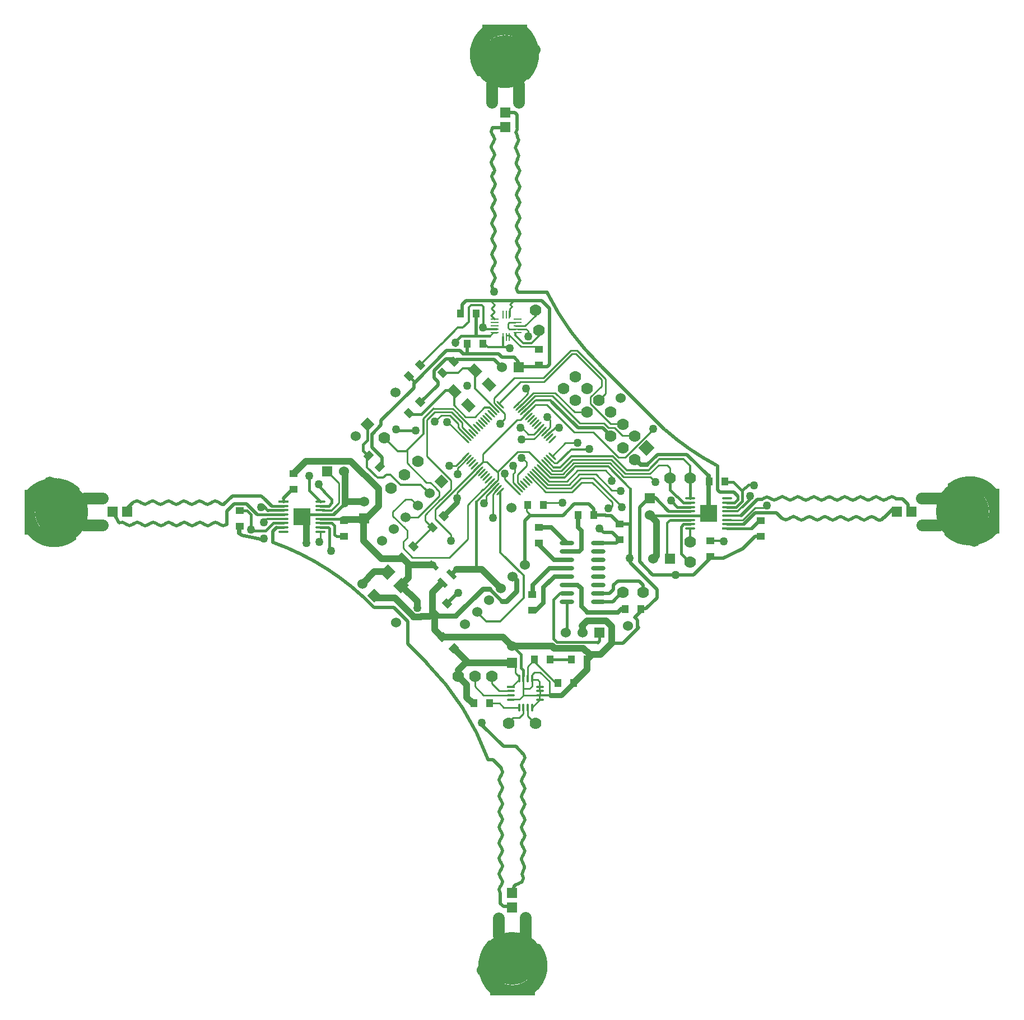
<source format=gtl>
%FSLAX25Y25*%
%MOIN*%
G70*
G01*
G75*
G04 Layer_Physical_Order=1*
G04 Layer_Color=255*
%ADD10C,0.03000*%
%ADD11C,0.02000*%
%ADD12C,0.06000*%
G04:AMPARAMS|DCode=13|XSize=70mil|YSize=63mil|CornerRadius=0mil|HoleSize=0mil|Usage=FLASHONLY|Rotation=225.000|XOffset=0mil|YOffset=0mil|HoleType=Round|Shape=Rectangle|*
%AMROTATEDRECTD13*
4,1,4,0.00248,0.04702,0.04702,0.00248,-0.00248,-0.04702,-0.04702,-0.00248,0.00248,0.04702,0.0*
%
%ADD13ROTATEDRECTD13*%

G04:AMPARAMS|DCode=14|XSize=9.84mil|YSize=61.02mil|CornerRadius=0mil|HoleSize=0mil|Usage=FLASHONLY|Rotation=45.000|XOffset=0mil|YOffset=0mil|HoleType=Round|Shape=Round|*
%AMOVALD14*
21,1,0.05118,0.00984,0.00000,0.00000,135.0*
1,1,0.00984,0.01810,-0.01810*
1,1,0.00984,-0.01810,0.01810*
%
%ADD14OVALD14*%

G04:AMPARAMS|DCode=15|XSize=9.84mil|YSize=61.02mil|CornerRadius=0mil|HoleSize=0mil|Usage=FLASHONLY|Rotation=315.000|XOffset=0mil|YOffset=0mil|HoleType=Round|Shape=Round|*
%AMOVALD15*
21,1,0.05118,0.00984,0.00000,0.00000,45.0*
1,1,0.00984,-0.01810,-0.01810*
1,1,0.00984,0.01810,0.01810*
%
%ADD15OVALD15*%

%ADD16O,0.01181X0.05118*%
%ADD17O,0.05118X0.01181*%
%ADD18R,0.05118X0.01181*%
%ADD19O,0.08661X0.02362*%
G04:AMPARAMS|DCode=20|XSize=23.62mil|YSize=62.99mil|CornerRadius=0mil|HoleSize=0mil|Usage=FLASHONLY|Rotation=225.000|XOffset=0mil|YOffset=0mil|HoleType=Round|Shape=Rectangle|*
%AMROTATEDRECTD20*
4,1,4,-0.01392,0.03062,0.03062,-0.01392,0.01392,-0.03062,-0.03062,0.01392,-0.01392,0.03062,0.0*
%
%ADD20ROTATEDRECTD20*%

G04:AMPARAMS|DCode=21|XSize=55.12mil|YSize=66.93mil|CornerRadius=0mil|HoleSize=0mil|Usage=FLASHONLY|Rotation=225.000|XOffset=0mil|YOffset=0mil|HoleType=Round|Shape=Rectangle|*
%AMROTATEDRECTD21*
4,1,4,-0.00418,0.04315,0.04315,-0.00418,0.00418,-0.04315,-0.04315,0.00418,-0.00418,0.04315,0.0*
%
%ADD21ROTATEDRECTD21*%

%ADD22R,0.05118X0.00984*%
%ADD23O,0.05118X0.00984*%
%ADD24O,0.00984X0.05118*%
%ADD25R,0.06299X0.01181*%
%ADD26O,0.06299X0.01181*%
%ADD27R,0.09843X0.09843*%
%ADD28R,0.05118X0.04134*%
%ADD29R,0.26575X0.05118*%
%ADD30R,0.04134X0.05118*%
G04:AMPARAMS|DCode=31|XSize=41.34mil|YSize=51.18mil|CornerRadius=0mil|HoleSize=0mil|Usage=FLASHONLY|Rotation=225.000|XOffset=0mil|YOffset=0mil|HoleType=Round|Shape=Rectangle|*
%AMROTATEDRECTD31*
4,1,4,-0.00348,0.03271,0.03271,-0.00348,0.00348,-0.03271,-0.03271,0.00348,-0.00348,0.03271,0.0*
%
%ADD31ROTATEDRECTD31*%

G04:AMPARAMS|DCode=32|XSize=41.34mil|YSize=51.18mil|CornerRadius=0mil|HoleSize=0mil|Usage=FLASHONLY|Rotation=135.000|XOffset=0mil|YOffset=0mil|HoleType=Round|Shape=Rectangle|*
%AMROTATEDRECTD32*
4,1,4,0.03271,0.00348,-0.00348,-0.03271,-0.03271,-0.00348,0.00348,0.03271,0.03271,0.00348,0.0*
%
%ADD32ROTATEDRECTD32*%

%ADD33R,0.05118X0.26575*%
%ADD34C,0.07000*%
%ADD35C,0.01200*%
%ADD36C,0.04000*%
%ADD37C,0.01500*%
%ADD38C,0.01000*%
%ADD39C,0.02500*%
%ADD40C,0.01400*%
%ADD41P,0.08485X4X360.0*%
%ADD42C,0.06000*%
%ADD43R,0.06000X0.06000*%
%ADD44P,0.08485X4X270.0*%
%ADD45P,0.09900X4X180.0*%
%ADD46C,0.07000*%
%ADD47R,0.06000X0.06000*%
%ADD48C,0.27559*%
%ADD49C,0.06693*%
%ADD50C,0.05000*%
D10*
X690712Y237221D02*
G03*
X692091Y208382I15108J-13730D01*
G01*
X716205Y208480D02*
G03*
X719650Y235350I-11712J15157D01*
G01*
X991520Y506205D02*
G03*
X964650Y509650I-15157J-11712D01*
G01*
X962780Y480712D02*
G03*
X991618Y482091I13730J15108D01*
G01*
X445221Y507288D02*
G03*
X416382Y505909I-13730J-15108D01*
G01*
X416480Y481795D02*
G03*
X443350Y478350I15157J11712D01*
G01*
X687795Y781520D02*
G03*
X684350Y754650I11712J-15157D01*
G01*
X713288Y752779D02*
G03*
X711909Y781618I-15108J13730D01*
G01*
X733326Y384700D02*
X740626Y392000D01*
X726900Y384700D02*
X733326D01*
X658111Y432111D02*
X670711D01*
X671100Y432600D02*
X686600Y448100D01*
X690545D01*
X697845Y440800D02*
X700700D01*
X706700Y446800D01*
X663400Y491700D02*
X671300Y499600D01*
X706700Y446800D02*
Y453300D01*
D11*
X840931Y471833D02*
G03*
X829874Y466460I63206J-144152D01*
G01*
X857828Y501928D02*
G03*
X853578Y501922I-2122J-2121D01*
G01*
X857872Y501772D02*
G03*
X862122Y501778I2122J2121D01*
G01*
X920500Y489900D02*
G03*
X925046Y490253I2122J2121D01*
G01*
X920100Y490300D02*
G03*
X915850Y490294I-2122J-2121D01*
G01*
X911300Y489900D02*
G03*
X915550Y489906I2122J2121D01*
G01*
X910900Y490300D02*
G03*
X906650Y490294I-2122J-2121D01*
G01*
X902050Y489894D02*
G03*
X906300Y489900I2122J2121D01*
G01*
X901550Y490306D02*
G03*
X897300Y490300I-2122J-2121D01*
G01*
X892700Y489900D02*
G03*
X896950Y489906I2122J2121D01*
G01*
X892300Y490300D02*
G03*
X888050Y490294I-2122J-2121D01*
G01*
X883500Y489900D02*
G03*
X887750Y489906I2122J2121D01*
G01*
X883100Y490300D02*
G03*
X878850Y490294I-2122J-2121D01*
G01*
X874072Y489872D02*
G03*
X878322Y489878I2122J2121D01*
G01*
X873628Y490328D02*
G03*
X869378Y490322I-2122J-2121D01*
G01*
X864772Y489972D02*
G03*
X869022Y489978I2122J2121D01*
G01*
X866928Y502128D02*
G03*
X862678Y502122I-2122J-2121D01*
G01*
X867372Y501772D02*
G03*
X871622Y501778I2122J2121D01*
G01*
X876228Y502128D02*
G03*
X871978Y502122I-2122J-2121D01*
G01*
X876672Y501672D02*
G03*
X880922Y501678I2122J2121D01*
G01*
X885700Y502100D02*
G03*
X881450Y502094I-2122J-2121D01*
G01*
X886100Y501700D02*
G03*
X890350Y501706I2122J2121D01*
G01*
X894900Y502100D02*
G03*
X890650Y502094I-2122J-2121D01*
G01*
X895300Y501700D02*
G03*
X899550Y501706I2122J2121D01*
G01*
X904150Y502106D02*
G03*
X899900Y502100I-2122J-2121D01*
G01*
X904650Y501694D02*
G03*
X908900Y501700I2122J2121D01*
G01*
X913500Y502100D02*
G03*
X909250Y502094I-2122J-2121D01*
G01*
X913900Y501700D02*
G03*
X918150Y501706I2122J2121D01*
G01*
X922700Y502100D02*
G03*
X918450Y502094I-2122J-2121D01*
G01*
X923100Y501700D02*
G03*
X927350Y501706I2122J2121D01*
G01*
X932128Y502128D02*
G03*
X927878Y502122I-2122J-2121D01*
G01*
X707706Y694850D02*
G03*
X707700Y699100I-2121J2122D01*
G01*
X710372Y289328D02*
G03*
X710378Y285078I2121J-2122D01*
G01*
X710728Y289772D02*
G03*
X710722Y294022I-2121J2122D01*
G01*
X710372Y298628D02*
G03*
X710378Y294378I2121J-2122D01*
G01*
X710828Y299072D02*
G03*
X710822Y303322I-2121J2122D01*
G01*
X710400Y308100D02*
G03*
X710406Y303850I2121J-2122D01*
G01*
X710800Y308500D02*
G03*
X710794Y312750I-2121J2122D01*
G01*
X710400Y317300D02*
G03*
X710406Y313050I2121J-2122D01*
G01*
X710800Y317700D02*
G03*
X710794Y321950I-2121J2122D01*
G01*
X710394Y326550D02*
G03*
X710400Y322300I2121J-2122D01*
G01*
X710806Y327050D02*
G03*
X710800Y331300I-2121J2122D01*
G01*
X710400Y335900D02*
G03*
X710406Y331650I2121J-2122D01*
G01*
X710800Y336300D02*
G03*
X710794Y340550I-2121J2122D01*
G01*
X710400Y345100D02*
G03*
X710406Y340850I2121J-2122D01*
G01*
X710800Y345500D02*
G03*
X710794Y349750I-2121J2122D01*
G01*
X710628Y280272D02*
G03*
X710622Y284522I-2121J2122D01*
G01*
X710772Y280328D02*
G03*
X710778Y276078I2121J-2122D01*
G01*
X707711Y272604D02*
G03*
X710712Y275614I1J3000D01*
G01*
X697528Y271472D02*
G03*
X697522Y275722I-2121J2122D01*
G01*
X697100Y280500D02*
G03*
X697106Y276250I2121J-2122D01*
G01*
X697500Y280900D02*
G03*
X697494Y285150I-2121J2122D01*
G01*
X697100Y289700D02*
G03*
X697106Y285450I2121J-2122D01*
G01*
X697500Y290100D02*
G03*
X697494Y294350I-2121J2122D01*
G01*
X697094Y298950D02*
G03*
X697100Y294700I2121J-2122D01*
G01*
X697506Y299450D02*
G03*
X697500Y303700I-2121J2122D01*
G01*
X697100Y308300D02*
G03*
X697106Y304050I2121J-2122D01*
G01*
X697500Y308700D02*
G03*
X697494Y312950I-2121J2122D01*
G01*
X697100Y317500D02*
G03*
X697106Y313250I2121J-2122D01*
G01*
X697500Y317900D02*
G03*
X697494Y322150I-2121J2122D01*
G01*
X697072Y326928D02*
G03*
X697078Y322678I2121J-2122D01*
G01*
X697528Y327472D02*
G03*
X697522Y331722I-2121J2122D01*
G01*
X697100Y336500D02*
G03*
X697106Y332250I2121J-2122D01*
G01*
X689669Y346570D02*
G03*
X653174Y403874I-147577J-53714D01*
G01*
X473828Y486928D02*
G03*
X470268Y487441I-2122J-2121D01*
G01*
X474272Y486572D02*
G03*
X478522Y486578I2122J2121D01*
G01*
X483128Y486928D02*
G03*
X478878Y486922I-2122J-2121D01*
G01*
X483572Y486472D02*
G03*
X487822Y486478I2122J2121D01*
G01*
X492600Y486900D02*
G03*
X488350Y486894I-2122J-2121D01*
G01*
X493000Y486500D02*
G03*
X497250Y486506I2122J2121D01*
G01*
X501800Y486900D02*
G03*
X497550Y486894I-2122J-2121D01*
G01*
X502200Y486500D02*
G03*
X506450Y486506I2122J2121D01*
G01*
X511050Y486906D02*
G03*
X506800Y486900I-2122J-2121D01*
G01*
X511550Y486494D02*
G03*
X515800Y486500I2122J2121D01*
G01*
X520400Y486900D02*
G03*
X516150Y486894I-2122J-2121D01*
G01*
X520800Y486500D02*
G03*
X525050Y486506I2122J2121D01*
G01*
X529600Y486900D02*
G03*
X525350Y486894I-2122J-2121D01*
G01*
X482928Y499628D02*
G03*
X478776Y499717I-2122J-2121D01*
G01*
X483372Y499272D02*
G03*
X487622Y499278I2122J2121D01*
G01*
X492228Y499628D02*
G03*
X487978Y499622I-2122J-2121D01*
G01*
X492672Y499172D02*
G03*
X496922Y499178I2122J2121D01*
G01*
X501700Y499600D02*
G03*
X497450Y499594I-2122J-2121D01*
G01*
X502100Y499200D02*
G03*
X506350Y499206I2122J2121D01*
G01*
X510900Y499600D02*
G03*
X506650Y499594I-2122J-2121D01*
G01*
X511300Y499200D02*
G03*
X515550Y499206I2122J2121D01*
G01*
X520150Y499606D02*
G03*
X515900Y499600I-2122J-2121D01*
G01*
X520650Y499194D02*
G03*
X524900Y499200I2122J2121D01*
G01*
X529500Y499600D02*
G03*
X525250Y499594I-2122J-2121D01*
G01*
X530000Y486500D02*
G03*
X534250Y486506I2122J2121D01*
G01*
X707293Y703728D02*
G03*
X707300Y699300I2209J-2211D01*
G01*
X706894Y712950D02*
G03*
X706900Y708700I2121J-2122D01*
G01*
X707100Y713200D02*
G03*
X707094Y717450I-2121J2122D01*
G01*
X707194Y722050D02*
G03*
X707200Y717800I2121J-2122D01*
G01*
X692772Y695828D02*
G03*
X692778Y691578I2121J-2122D01*
G01*
X693200Y686800D02*
G03*
X693194Y691050I-2121J2122D01*
G01*
X692800Y686400D02*
G03*
X692806Y682150I2121J-2122D01*
G01*
X693200Y677600D02*
G03*
X693194Y681850I-2121J2122D01*
G01*
X692800Y677200D02*
G03*
X692806Y672950I2121J-2122D01*
G01*
X693206Y668350D02*
G03*
X693200Y672600I-2121J2122D01*
G01*
X692794Y667850D02*
G03*
X692800Y663600I2121J-2122D01*
G01*
X693200Y659000D02*
G03*
X693194Y663250I-2121J2122D01*
G01*
X692800Y658600D02*
G03*
X692806Y654350I2121J-2122D01*
G01*
X693200Y649800D02*
G03*
X693194Y654050I-2121J2122D01*
G01*
X692800Y649400D02*
G03*
X692806Y645150I2121J-2122D01*
G01*
X693228Y640372D02*
G03*
X693222Y644622I-2121J2122D01*
G01*
X692772Y639928D02*
G03*
X692778Y635678I2121J-2122D01*
G01*
X693128Y631072D02*
G03*
X693122Y635322I-2121J2122D01*
G01*
X692772Y630628D02*
G03*
X692778Y626378I2121J-2122D01*
G01*
X707372Y694328D02*
G03*
X707378Y690078I2121J-2122D01*
G01*
X707800Y685300D02*
G03*
X707794Y689550I-2121J2122D01*
G01*
X707400Y684900D02*
G03*
X707406Y680650I2121J-2122D01*
G01*
X707800Y676100D02*
G03*
X707794Y680350I-2121J2122D01*
G01*
X707400Y675700D02*
G03*
X707406Y671450I2121J-2122D01*
G01*
X707806Y666850D02*
G03*
X707800Y671100I-2121J2122D01*
G01*
X707394Y666350D02*
G03*
X707400Y662100I2121J-2122D01*
G01*
X707800Y657500D02*
G03*
X707794Y661750I-2121J2122D01*
G01*
X707400Y657100D02*
G03*
X707406Y652850I2121J-2122D01*
G01*
X707800Y648300D02*
G03*
X707794Y652550I-2121J2122D01*
G01*
X707400Y647900D02*
G03*
X707406Y643650I2121J-2122D01*
G01*
X707828Y638872D02*
G03*
X707822Y643122I-2121J2122D01*
G01*
X707372Y638428D02*
G03*
X707378Y634178I2121J-2122D01*
G01*
X707728Y629572D02*
G03*
X707722Y633822I-2121J2122D01*
G01*
X707372Y629128D02*
G03*
X707378Y624878I2121J-2122D01*
G01*
X692828Y695072D02*
G03*
X692822Y699322I-2121J2122D01*
G01*
X692400Y704100D02*
G03*
X692406Y699850I2121J-2122D01*
G01*
X692800Y704500D02*
G03*
X692794Y708750I-2121J2122D01*
G01*
X692400Y713300D02*
G03*
X692406Y709050I2121J-2122D01*
G01*
X692800Y713700D02*
G03*
X692794Y717950I-2121J2122D01*
G01*
X707128Y703872D02*
G03*
X707122Y708122I-2121J2122D01*
G01*
X795300Y542600D02*
G03*
X825468Y521782I103872J118260D01*
G01*
X725129Y624031D02*
G03*
X756807Y580903I140849J70260D01*
G01*
X529900Y499200D02*
G03*
X532361Y498340I2122J2121D01*
G01*
X707789Y272396D02*
G03*
X705142Y267983I-1J-3000D01*
G01*
X692394Y722550D02*
G03*
X692400Y718300I2121J-2122D01*
G01*
X697072Y271028D02*
G03*
X697078Y266778I2121J-2122D01*
G01*
X621866Y437053D02*
G03*
X561722Y475780I-113056J-109513D01*
G01*
X697500Y336900D02*
G03*
X697494Y341150I-2121J2122D01*
G01*
X676500Y619600D02*
X691900D01*
X674200Y617300D02*
X676500Y619600D01*
X776900Y431000D02*
X781200Y435300D01*
X778600Y425500D02*
Y429500D01*
X777500Y430600D02*
X778600Y429500D01*
Y425500D02*
X779200Y424900D01*
X769900Y415600D02*
X779200Y424900D01*
X763200Y415600D02*
X769900D01*
X774300Y463700D02*
Y486400D01*
X780900Y436300D02*
X783700D01*
X780800Y436200D02*
X780900Y436300D01*
X781200Y435300D02*
Y436000D01*
X543094Y480032D02*
X556049Y477206D01*
X538700Y498800D02*
X545900D01*
X552476Y492224D01*
X671100Y584600D02*
X693200D01*
X659900Y569400D02*
Y571300D01*
X657658Y573542D02*
X659900Y571300D01*
X657658Y573542D02*
Y578058D01*
X668200Y585000D02*
X669300Y583900D01*
X664600Y585000D02*
X668200D01*
X657658Y578058D02*
X664600Y585000D01*
X674900Y588100D02*
X695900D01*
X674800D02*
X674900D01*
X673000Y590000D02*
X674900Y588100D01*
X625950Y545550D02*
Y548250D01*
Y545550D02*
X626000Y545600D01*
X620850Y540450D02*
X625950Y545550D01*
X645550Y570350D02*
X646100Y570900D01*
X645550Y567850D02*
Y570350D01*
X665100Y590000D02*
X673000D01*
X646150Y571050D02*
X665100Y590000D01*
X649700Y559200D02*
X659900Y569400D01*
X598023Y492323D02*
X604528Y498828D01*
X836100Y505800D02*
X838409Y503491D01*
X827500Y505800D02*
X836100D01*
X850000Y501400D02*
X852900D01*
X840277Y491677D02*
X850000Y501400D01*
X848700Y493200D02*
X861300D01*
X842059Y486559D02*
X848700Y493200D01*
X690545Y448100D02*
X697845Y440800D01*
X670711Y432111D02*
X671000Y432400D01*
X784100Y521600D02*
X790500Y528000D01*
X808100D01*
X541800Y481326D02*
X543094Y480032D01*
X808100Y528000D02*
X820900Y515200D01*
X626700Y522400D02*
Y526500D01*
X620800Y532400D02*
X626700Y526500D01*
X620800Y532400D02*
Y540400D01*
X625300Y521000D02*
X626700Y522400D01*
X625300Y521000D02*
Y521200D01*
X724900Y580400D02*
X726200Y581700D01*
X708400Y580400D02*
X724900D01*
X693200Y584600D02*
X697600Y580200D01*
X625950Y548250D02*
X645550Y567850D01*
X695900Y588100D02*
X698100Y585900D01*
X677374Y588383D02*
Y594000D01*
X705400Y585900D02*
X707800Y583500D01*
X698100Y585900D02*
X705400D01*
X846500Y484000D02*
X851500Y489000D01*
X840930Y471832D02*
X848498Y479400D01*
X822761Y466461D02*
X829875D01*
X848498Y479400D02*
X851900D01*
X861300Y493200D02*
X864500Y490000D01*
X767987Y477387D02*
X768100Y477500D01*
X767974Y477374D02*
X767987Y477387D01*
X763774Y481600D02*
X767987Y477387D01*
X768000Y477374D01*
X756700Y483500D02*
Y483600D01*
Y483500D02*
X758600Y481600D01*
X763774D01*
X767974Y477374D02*
X768000D01*
X767774D02*
X767974D01*
X766100Y475500D02*
X767974Y477374D01*
X755449Y475500D02*
X766100D01*
X768000Y487500D02*
X768800Y486700D01*
X752500Y492000D02*
Y495700D01*
X752800Y491900D02*
X759519D01*
X759619Y491800D01*
X762826D01*
X768000Y486626D01*
X774000Y486700D02*
X774300Y486400D01*
X768800Y486700D02*
X774000D01*
X749500Y498700D02*
X752500Y495700D01*
X741100Y498700D02*
X749500D01*
X734200Y491800D02*
X741100Y498700D01*
X714600Y491800D02*
X734200D01*
X691900Y619600D02*
X721600D01*
X556484Y501784D02*
X560827Y497441D01*
X464203Y493920D02*
X465702Y492421D01*
X939665Y496752D02*
X939862Y496555D01*
X786200Y502200D02*
X789400D01*
X812000Y456400D02*
X822000Y466400D01*
X779900Y464200D02*
X787700Y456400D01*
X779900Y464200D02*
Y496600D01*
X665889Y439889D02*
X671300Y445300D01*
Y445600D01*
X755449Y440500D02*
X763900D01*
X768600Y445200D01*
X755449Y445500D02*
X762100D01*
X764400Y447800D01*
Y450200D01*
X766900Y452700D01*
X779700D01*
X782000Y450400D01*
Y446400D02*
Y450400D01*
X790200Y442800D02*
Y447800D01*
X783700Y436300D02*
X790200Y442800D01*
X774300Y463700D02*
X790200Y447800D01*
X711497Y462503D02*
Y488697D01*
X714600Y491800D01*
X746000Y422000D02*
Y422500D01*
X707800Y580100D02*
Y583500D01*
X671100Y502200D02*
X671300Y502000D01*
X574200Y516600D02*
Y517000D01*
X568000Y502100D02*
X573500Y507600D01*
X703900Y404100D02*
X704000Y404000D01*
X826169Y507131D02*
X827500Y505800D01*
X674200Y612826D02*
Y617300D01*
X682500Y611874D02*
X682626Y612000D01*
X682500Y599000D02*
Y611874D01*
X706300Y354300D02*
X710800Y349800D01*
X699000Y354200D02*
X706300D01*
X686024Y367176D02*
X699000Y354200D01*
X703900Y264900D02*
Y268498D01*
X692500Y346400D02*
X697494Y341406D01*
X689600Y346401D02*
X692400D01*
X473619Y494781D02*
X478319Y499481D01*
X466800Y493800D02*
X469980Y487598D01*
X534250Y486506D02*
Y494350D01*
X538700Y498800D01*
X699650Y722550D02*
X699700Y722600D01*
X705553Y731791D02*
X707100Y730244D01*
Y722600D02*
Y730244D01*
X699902Y731791D02*
X705553D01*
X826169Y507131D02*
Y521300D01*
X707800Y624539D02*
X724900D01*
X789400Y502200D02*
X797100Y494500D01*
X758100Y544000D02*
X762300Y539800D01*
X743300Y544000D02*
X758100D01*
X727800Y559500D02*
X743300Y544000D01*
X727700Y559500D02*
X727800D01*
X932453Y501673D02*
X936427D01*
X939665Y498435D01*
Y496752D02*
Y498435D01*
X532361Y498340D02*
X537522Y503500D01*
X554800D01*
X556300Y502000D01*
X757249Y580451D02*
X794688Y543012D01*
X726200Y581700D02*
Y615000D01*
X721600Y619600D02*
X726200Y615000D01*
X672000Y396000D02*
Y399700D01*
X633548Y437052D02*
X641900Y428700D01*
X561500Y475700D02*
Y482291D01*
X563855Y484646D01*
X641900Y415900D02*
Y428700D01*
X642100Y415400D02*
X653300Y404000D01*
X779900Y496600D02*
X785800Y502500D01*
X787700Y456400D02*
X812000D01*
X692394Y722550D02*
X699650D01*
X697078Y260722D02*
X698900Y258900D01*
X703700D01*
X703800Y258800D01*
X621867Y437052D02*
X633548D01*
X697078Y260722D02*
Y266778D01*
X697494Y341150D02*
Y341406D01*
X924700Y490200D02*
X925300D01*
X931055Y495955D01*
Y496000D01*
D12*
X990889Y494255D02*
G03*
X990889Y494255I-15806J0D01*
G01*
X448723Y493745D02*
G03*
X448723Y493745I-15806J0D01*
G01*
X715551Y765083D02*
G03*
X715551Y765083I-15806J0D01*
G01*
X720061Y224917D02*
G03*
X720061Y224917I-15806J0D01*
G01*
D13*
X630111Y457889D02*
D03*
X637889Y450111D02*
D03*
D14*
X697059Y557821D02*
D03*
X695667Y556429D02*
D03*
X694275Y555037D02*
D03*
X692883Y553645D02*
D03*
X691491Y552253D02*
D03*
X690099Y550861D02*
D03*
X688707Y549469D02*
D03*
X687315Y548077D02*
D03*
X685923Y546685D02*
D03*
X684531Y545293D02*
D03*
X683139Y543901D02*
D03*
X681747Y542509D02*
D03*
X680355Y541117D02*
D03*
X678963Y539725D02*
D03*
X677571Y538333D02*
D03*
X676179Y536941D02*
D03*
X706941Y506179D02*
D03*
X708333Y507571D02*
D03*
X709725Y508963D02*
D03*
X711117Y510355D02*
D03*
X712509Y511747D02*
D03*
X713901Y513139D02*
D03*
X715293Y514531D02*
D03*
X716685Y515923D02*
D03*
X718077Y517315D02*
D03*
X719469Y518707D02*
D03*
X720861Y520099D02*
D03*
X722253Y521491D02*
D03*
X723645Y522883D02*
D03*
X725037Y524275D02*
D03*
X726429Y525667D02*
D03*
X727821Y527059D02*
D03*
D15*
X676179D02*
D03*
X677571Y525667D02*
D03*
X678963Y524275D02*
D03*
X680355Y522883D02*
D03*
X681747Y521491D02*
D03*
X683139Y520099D02*
D03*
X684531Y518707D02*
D03*
X685923Y517315D02*
D03*
X687315Y515923D02*
D03*
X688707Y514531D02*
D03*
X690099Y513139D02*
D03*
X691491Y511747D02*
D03*
X692883Y510355D02*
D03*
X694275Y508963D02*
D03*
X695667Y507571D02*
D03*
X697059Y506179D02*
D03*
X727821Y536941D02*
D03*
X726429Y538333D02*
D03*
X725037Y539725D02*
D03*
X723645Y541117D02*
D03*
X722253Y542509D02*
D03*
X720861Y543901D02*
D03*
X719469Y545293D02*
D03*
X718077Y546685D02*
D03*
X716685Y548077D02*
D03*
X715293Y549469D02*
D03*
X713901Y550861D02*
D03*
X712509Y552253D02*
D03*
X711117Y553645D02*
D03*
X709725Y555037D02*
D03*
X708333Y556429D02*
D03*
X706941Y557821D02*
D03*
D16*
X708161Y394661D02*
D03*
X710720D02*
D03*
X713279D02*
D03*
X715839D02*
D03*
X715839Y377339D02*
D03*
X713279D02*
D03*
X710720D02*
D03*
X708161D02*
D03*
D17*
X720661Y389839D02*
D03*
Y387280D02*
D03*
Y384720D02*
D03*
Y382161D02*
D03*
X703339Y382161D02*
D03*
Y384720D02*
D03*
Y387280D02*
D03*
D18*
Y389839D02*
D03*
D19*
X736551Y475500D02*
D03*
X736551Y470500D02*
D03*
X736551Y465500D02*
D03*
X736551Y460500D02*
D03*
Y455500D02*
D03*
X736551Y450500D02*
D03*
X736551Y445500D02*
D03*
X736551Y440500D02*
D03*
X755449Y475500D02*
D03*
X755449Y470500D02*
D03*
Y465500D02*
D03*
Y460500D02*
D03*
Y455500D02*
D03*
X755449Y450500D02*
D03*
X755449Y445500D02*
D03*
Y440500D02*
D03*
D20*
X657441Y462116D02*
D03*
X668020Y456827D02*
D03*
X662731Y451537D02*
D03*
D21*
X682000Y578000D02*
D03*
X669681Y565681D02*
D03*
X677894Y557469D02*
D03*
X690212Y569788D02*
D03*
D22*
X693807Y608637D02*
D03*
D23*
Y606669D02*
D03*
Y604700D02*
D03*
Y602732D02*
D03*
Y600763D02*
D03*
X707193D02*
D03*
Y602732D02*
D03*
Y604700D02*
D03*
Y606669D02*
D03*
Y608637D02*
D03*
D24*
X698531Y598007D02*
D03*
X700500D02*
D03*
X702468D02*
D03*
Y611491D02*
D03*
X700500D02*
D03*
X698531D02*
D03*
D25*
X832000Y484000D02*
D03*
X568000Y500000D02*
D03*
D26*
X832000Y486559D02*
D03*
X832000Y489118D02*
D03*
Y491677D02*
D03*
Y494236D02*
D03*
Y496795D02*
D03*
Y499354D02*
D03*
Y501913D02*
D03*
X809953Y484000D02*
D03*
X809953Y486559D02*
D03*
X809953Y489118D02*
D03*
X809953Y491677D02*
D03*
X809953Y494236D02*
D03*
Y496795D02*
D03*
X809953Y499354D02*
D03*
X809953Y501913D02*
D03*
X590047Y482087D02*
D03*
X590047Y484646D02*
D03*
X590047Y487205D02*
D03*
X590047Y489764D02*
D03*
X590047Y492323D02*
D03*
X590047Y494882D02*
D03*
X590047Y497441D02*
D03*
X590047Y500000D02*
D03*
X568000Y482087D02*
D03*
X568000Y484646D02*
D03*
X568000Y487205D02*
D03*
X568000Y489764D02*
D03*
X568000Y492323D02*
D03*
X568000Y494882D02*
D03*
Y497441D02*
D03*
D27*
X821000Y493000D02*
D03*
X579000Y491000D02*
D03*
D28*
X822000Y476626D02*
D03*
Y467374D02*
D03*
X720000Y581374D02*
D03*
Y590626D02*
D03*
X604000Y479374D02*
D03*
Y488626D02*
D03*
X768000Y486626D02*
D03*
Y477374D02*
D03*
X720000Y484626D02*
D03*
Y475374D02*
D03*
X716000Y444626D02*
D03*
Y435374D02*
D03*
X852000Y479374D02*
D03*
Y488626D02*
D03*
X574000Y516626D02*
D03*
Y507374D02*
D03*
X542000Y494626D02*
D03*
Y485374D02*
D03*
D29*
X704197Y208382D02*
D03*
X699803Y781618D02*
D03*
D30*
X743374Y492000D02*
D03*
X752626D02*
D03*
X780626Y436000D02*
D03*
X771374D02*
D03*
X740626Y392000D02*
D03*
X731374D02*
D03*
X717374Y406000D02*
D03*
X726626D02*
D03*
X673374Y612000D02*
D03*
X682626D02*
D03*
X830626Y512000D02*
D03*
X821374D02*
D03*
X677374Y594000D02*
D03*
X686626D02*
D03*
X748626Y406000D02*
D03*
X739374D02*
D03*
X713374Y498000D02*
D03*
X722626D02*
D03*
X681374Y380000D02*
D03*
X690626D02*
D03*
D31*
X662729Y576729D02*
D03*
X669271Y583271D02*
D03*
X642729Y552729D02*
D03*
X649271Y559271D02*
D03*
X656729Y484729D02*
D03*
X663271Y491271D02*
D03*
X638729Y466729D02*
D03*
X645271Y473271D02*
D03*
X658729Y432729D02*
D03*
X665271Y439271D02*
D03*
X642729Y574729D02*
D03*
X649271Y581271D02*
D03*
D32*
X662729Y419271D02*
D03*
X669271Y412729D02*
D03*
X625271Y520729D02*
D03*
X618729Y527271D02*
D03*
D33*
X991618Y494197D02*
D03*
X416382Y493803D02*
D03*
D34*
X711972Y241158D02*
Y252378D01*
X695929Y241650D02*
Y252181D01*
X947819Y485929D02*
X958350D01*
X947622Y501972D02*
X958842D01*
X449157Y486028D02*
X460378D01*
X449650Y502071D02*
X460181D01*
X708071Y737819D02*
Y748350D01*
X692028Y737622D02*
Y748842D01*
D35*
X686100Y617100D02*
X687100Y616100D01*
X679700Y617100D02*
X686100D01*
X678200Y615600D02*
X679700Y617100D01*
X671700Y603600D02*
X674800D01*
X661900Y593800D02*
X671700Y603600D01*
X720661Y384700D02*
X726900D01*
X687700Y556000D02*
X690527D01*
X692883Y553645D01*
X651400Y540472D02*
Y549000D01*
X641500Y530572D02*
X651400Y540472D01*
X680400Y579400D02*
X681300Y578500D01*
X674700Y579400D02*
X680400D01*
X672029Y576729D02*
X674700Y579400D01*
X662729Y576729D02*
X672029D01*
X832000Y491677D02*
X840277D01*
X702400Y415600D02*
X704000Y414000D01*
X791600Y525200D02*
X805900D01*
X785200Y518800D02*
X791600Y525200D01*
X635900Y530100D02*
X641500D01*
X628000Y538000D02*
X635900Y530100D01*
X708000Y580000D02*
X708400Y580400D01*
X617700Y526300D02*
X618600Y527200D01*
X617700Y520500D02*
Y526300D01*
Y520500D02*
X624000Y514200D01*
X627300D01*
X629200Y516100D01*
X631500D01*
X682000Y577800D02*
Y578000D01*
Y567400D02*
Y577800D01*
X682100Y577900D01*
X680929Y576729D02*
X682000Y577800D01*
Y567400D02*
X688400Y561000D01*
X669681Y557481D02*
Y565681D01*
X651500Y549600D02*
X657372Y555472D01*
X698531Y592000D02*
X702000D01*
X689700D02*
X698531D01*
Y598007D01*
X687300Y594400D02*
X689700Y592000D01*
X852900Y501400D02*
X853400Y501900D01*
X840947Y496983D02*
X840983D01*
X838200Y494236D02*
X840947Y496983D01*
X832000Y494236D02*
X838200D01*
X717900Y602000D02*
X720700Y599200D01*
X715800Y594300D02*
X720700Y599200D01*
X710800Y594300D02*
X715800D01*
X637500Y510100D02*
X649700D01*
X631500Y516100D02*
X637500Y510100D01*
X749000Y531000D02*
X750200Y532200D01*
X739200Y531000D02*
X749000D01*
X731100Y522900D02*
X739200Y531000D01*
X706012Y599088D02*
X710800Y594300D01*
X580512Y492126D02*
X580709Y492323D01*
X556398Y487992D02*
X558169Y489764D01*
X591240Y494783D02*
X596440D01*
X603937Y518012D02*
X604528Y517421D01*
X558169Y489764D02*
X568000D01*
X568209Y492224D02*
X568307Y492323D01*
X809953Y476347D02*
Y484000D01*
Y476347D02*
X810000Y476300D01*
X796400Y487200D02*
X798318Y489118D01*
X796400Y467700D02*
Y487200D01*
Y467700D02*
X798100Y466000D01*
X689069Y602732D02*
X694988D01*
X672200Y397200D02*
X672800Y397800D01*
X728811Y520500D02*
X732600D01*
X739200Y527100D01*
X763900D01*
X772200Y518800D01*
X785200D01*
X805900Y525200D02*
X809900Y521200D01*
Y514800D02*
Y521200D01*
X720861Y520099D02*
X726660Y514300D01*
X735200D01*
X741800Y520900D01*
X761200D01*
X774300Y507800D01*
X711000Y442800D02*
Y455900D01*
X697000Y428800D02*
X711000Y442800D01*
X688500Y428800D02*
X697000D01*
X683700Y433600D02*
X688500Y428800D01*
X651400Y508458D02*
X654929Y504929D01*
X697059Y469841D02*
X711000Y455900D01*
X697059Y469841D02*
Y506179D01*
X706012Y599088D02*
Y600500D01*
X649700Y510100D02*
X651300Y508500D01*
X583324Y515424D02*
X583500Y515600D01*
X549300Y482600D02*
X549400Y482700D01*
X822000Y476626D02*
X829974D01*
X649271Y581271D02*
X661900Y593900D01*
X687100Y603800D02*
Y616100D01*
X674800Y603600D02*
X678200Y607000D01*
Y615600D01*
X706300Y354200D02*
Y354300D01*
X686024Y367176D02*
Y368406D01*
X846200Y502200D02*
Y503300D01*
D36*
X745900Y422000D02*
Y426000D01*
X748626Y406000D02*
X751726Y409100D01*
X704200Y414000D02*
X727879D01*
X704000D02*
X704200D01*
X746400Y412800D02*
X750300Y408900D01*
X729080Y412800D02*
X746400D01*
X727879Y414000D02*
X729080Y412800D01*
X740800Y392100D02*
X748626Y399926D01*
Y406000D01*
X756700Y409100D02*
X763200Y415600D01*
X751726Y409100D02*
X756700D01*
X760000Y428900D02*
X763200Y425700D01*
Y415600D02*
Y425700D01*
X748600Y428900D02*
X760000D01*
X745800Y426100D02*
X748600Y428900D01*
X580600Y490600D02*
X581500Y489700D01*
Y475500D02*
Y489700D01*
X604528Y498828D02*
Y517421D01*
X658111Y423689D02*
X662650Y419150D01*
X698729Y419271D02*
X703700Y414300D01*
X662729Y419271D02*
X698729D01*
X624500Y497400D02*
Y507600D01*
X608000Y524100D02*
X624500Y507600D01*
X581300Y524100D02*
X608000D01*
X671000Y459750D02*
X682500D01*
X656500Y446100D02*
X661550Y451150D01*
X656500Y433722D02*
Y446100D01*
X643000Y462200D02*
X656900D01*
X639200Y466000D02*
X643000Y462200D01*
X626300Y466000D02*
X639200D01*
X686050Y459750D02*
X697300Y448500D01*
X656500Y433722D02*
X658111Y432111D01*
X642400Y454622D02*
Y461600D01*
X637889Y450111D02*
X642400Y454622D01*
X615600Y476700D02*
X626300Y466000D01*
X604528Y499902D02*
X616043D01*
X790000Y467800D02*
Y488100D01*
X786300Y491800D02*
X790000Y488100D01*
X682500Y459750D02*
X686050D01*
X574200Y517000D02*
X581300Y524100D01*
X616500Y489400D02*
X624500Y497400D01*
X603575Y489500D02*
X615600D01*
Y476700D02*
Y489500D01*
X645305Y431600D02*
X645405Y431500D01*
X649795D01*
X649895Y431600D01*
X655100D01*
X677000Y383500D02*
X680500Y380000D01*
X677000Y383500D02*
Y390950D01*
X671950Y396000D02*
X677000Y390950D01*
X658111Y423689D02*
Y432111D01*
X672000Y399700D02*
X676400Y404100D01*
X669271Y412729D02*
X677100Y404900D01*
Y404100D02*
X703900D01*
X645300Y431600D02*
X645305D01*
X634300Y442600D02*
X645300Y431600D01*
X622300Y442600D02*
X634300D01*
X614929Y451071D02*
X622058Y458200D01*
X630300D01*
X638089Y450111D02*
X647500Y440700D01*
Y437700D02*
Y440700D01*
D37*
X704100Y414100D02*
X704200Y414000D01*
X709300Y408900D01*
X755150Y416350D02*
X756000Y417200D01*
X754950Y416150D02*
X755150Y416350D01*
X755200Y416300D01*
X730550Y416350D02*
X755150D01*
X552476Y492224D02*
X568209D01*
X669700Y583200D02*
X671100Y584600D01*
X642600Y574600D02*
X646150Y571050D01*
X643600Y552000D02*
X650000D01*
X664200Y566200D02*
X668600D01*
X650000Y552000D02*
X664200Y566200D01*
X596555Y487205D02*
X598200Y485560D01*
Y480400D02*
Y485560D01*
X590047Y492323D02*
X598023D01*
X837248Y496795D02*
X840959Y500506D01*
Y506441D01*
X840800Y506600D02*
X840959Y506441D01*
X838409Y501491D02*
Y503491D01*
X832000Y486559D02*
X842059D01*
X635700Y542200D02*
X646800D01*
X615400Y530400D02*
X618500Y527300D01*
X615400Y530400D02*
Y534000D01*
X618000Y536600D01*
Y546000D01*
X670400Y592900D02*
Y595500D01*
X832000Y484000D02*
X846500D01*
X840983Y496983D02*
X846200Y502200D01*
X847900Y510000D02*
X848100Y509800D01*
X844500Y510000D02*
X847900D01*
X841100Y506600D02*
X844500Y510000D01*
X840800Y506600D02*
X841100D01*
X835700Y511700D02*
X840800Y506600D01*
X670400Y595500D02*
X673500Y598600D01*
X557400Y482700D02*
X561905Y487205D01*
X568000D01*
X580709Y492323D02*
X590047D01*
X596752Y499311D02*
Y501378D01*
X594882Y497441D02*
X596752Y499311D01*
X590047Y497441D02*
X594882D01*
X583324Y506724D02*
X590047Y500000D01*
X563855Y484646D02*
X568000D01*
X590047Y489764D02*
X603839D01*
X595174Y470800D02*
Y480113D01*
X595146Y480341D02*
Y484087D01*
X594587Y484646D02*
X595146Y484087D01*
X590047Y484646D02*
X594587D01*
X590047Y487205D02*
X596555D01*
X558900Y494882D02*
X568000D01*
X560827Y497441D02*
X568000D01*
X832000Y496795D02*
X837248D01*
X832000Y499354D02*
X836272D01*
X838409Y501491D01*
X805959Y486559D02*
X809953D01*
X787223Y491677D02*
X809953D01*
X786600Y492300D02*
X787223Y491677D01*
X798318Y489118D02*
X809953D01*
X804500Y469000D02*
X809600Y463900D01*
X804500Y469000D02*
Y485100D01*
X805959Y486559D01*
X788100Y465900D02*
X790000Y467800D01*
X822000Y466400D02*
Y466500D01*
X809953Y491677D02*
X818977D01*
X819100Y491800D01*
X802405Y496795D02*
X809953D01*
X798500Y500700D02*
X802405Y496795D01*
X809953Y501913D02*
Y513953D01*
X810000Y514000D01*
X805846Y499354D02*
X809953D01*
X798100Y507100D02*
X805846Y499354D01*
X798100Y507100D02*
Y513800D01*
X736551Y423351D02*
Y440500D01*
X732300Y445500D02*
X736551D01*
X728600Y441800D02*
X732300Y445500D01*
X728600Y418300D02*
Y441800D01*
Y418300D02*
X730550Y416350D01*
X756000Y417200D02*
Y421600D01*
X774300Y486700D02*
Y507700D01*
X774200Y486600D02*
X774300Y486700D01*
X587500Y510630D02*
X596752Y501378D01*
X682500Y459750D02*
Y499973D01*
X618700Y545522D02*
Y545800D01*
X704400Y455600D02*
X706700Y453300D01*
X583324Y506724D02*
Y515424D01*
X556050Y497550D02*
X558800Y494800D01*
X542000Y494626D02*
X546274D01*
X548700Y492200D01*
Y483700D02*
Y492200D01*
X549400Y482700D02*
X557400D01*
X568000Y500000D02*
Y502100D01*
X598300Y480400D02*
X599500Y479200D01*
X604000D01*
X709300Y400900D02*
Y408900D01*
Y400900D02*
X710600Y399600D01*
X710700Y396500D02*
Y399600D01*
X726626Y406000D02*
X738500D01*
X738800Y405700D01*
X831100Y511700D02*
X835700D01*
X830700Y512100D02*
X831100Y511700D01*
X822600Y466300D02*
X822761Y466461D01*
X673374Y612000D02*
X674200Y612826D01*
X673500Y598600D02*
X690800D01*
X671700Y396300D02*
X671900D01*
X603575Y489500D02*
X603937Y489862D01*
X797100Y494500D02*
X797364Y494236D01*
X809953D01*
X641900Y415900D02*
X642100Y415400D01*
X556049Y477206D02*
X556090Y477197D01*
D38*
X710700Y384600D02*
Y388600D01*
X714400D01*
X710600D02*
X710700D01*
Y393900D01*
X714400Y388600D02*
X715839Y390039D01*
Y394661D01*
X720700Y398400D02*
X726200Y392900D01*
Y385000D02*
Y392900D01*
X717200Y398400D02*
X720700D01*
X715839Y397039D02*
X717200Y398400D01*
X715839Y394661D02*
Y397039D01*
X720600Y384720D02*
Y387200D01*
Y384700D02*
Y384720D01*
X720400Y381900D02*
Y384400D01*
X720600Y384720D02*
X720661D01*
X710820D02*
X720600D01*
X682000Y550500D02*
X687450Y555950D01*
X676346Y550500D02*
X682000D01*
X669546Y557300D02*
X676346Y550500D01*
X666800Y466800D02*
X677600Y477600D01*
Y498000D02*
X686800Y507200D01*
X677600Y477600D02*
Y498000D01*
X848600Y496500D02*
X855100D01*
X841218Y489118D02*
X848600Y496500D01*
X832000Y489118D02*
X841218D01*
X697000Y546600D02*
X699700Y549300D01*
X641500Y530100D02*
Y530572D01*
Y522900D02*
Y530100D01*
X688100Y561211D02*
X694275Y555037D01*
X669500Y557300D02*
X669681Y557481D01*
X669500Y557300D02*
X669546D01*
X657272Y555500D02*
X668700D01*
X658100Y553500D02*
X666700D01*
X653400Y548800D02*
X658100Y553500D01*
X661900Y551500D02*
X667043D01*
X658000Y547600D02*
X661900Y551500D01*
X674400Y544289D02*
Y546972D01*
X667872Y553500D02*
X674400Y546972D01*
X665760Y547360D02*
X676179Y536941D01*
X672456Y551800D02*
X681747Y542509D01*
X653400Y526900D02*
Y548800D01*
X651400Y549300D02*
Y549628D01*
X672100Y544000D02*
Y546443D01*
X667043Y551500D02*
X672100Y546443D01*
X674400Y544289D02*
X678963Y539725D01*
X672456Y551800D02*
Y551844D01*
X671300Y553000D02*
X672456Y551844D01*
X671200Y553000D02*
X671300D01*
X668700Y555500D02*
X671200Y553000D01*
X752400Y513900D02*
X769500Y496800D01*
X712500Y494400D02*
Y498000D01*
X702500Y610400D02*
Y614800D01*
X704500Y619400D02*
Y619500D01*
X702600Y617500D02*
X704500Y619400D01*
X702600Y617500D02*
X703900Y616200D01*
X691900Y619600D02*
Y619700D01*
Y618900D02*
Y619600D01*
Y618900D02*
X693800Y617000D01*
X691700Y614900D02*
X693800Y617000D01*
X691700Y614900D02*
X693600Y613000D01*
X691600Y611000D02*
X693600Y613000D01*
X691444Y611000D02*
X691600D01*
X691444D02*
X693807Y608637D01*
X702500Y614800D02*
X703900Y616200D01*
X712468Y602732D02*
X713600Y601600D01*
Y598500D02*
Y601600D01*
X707193Y602732D02*
X712468D01*
X718200Y611100D02*
Y613600D01*
X711800Y604700D02*
X718200Y611100D01*
X706012Y604700D02*
X711800D01*
X682500Y459500D02*
Y459750D01*
X690800Y598600D02*
X692963Y600763D01*
X661500Y501200D02*
X667543Y507243D01*
Y512538D01*
X653400Y526900D02*
X667500Y512800D01*
X658270Y495230D02*
X683139Y520099D01*
X705200Y573800D02*
X722700D01*
X686240Y523200D02*
X686600D01*
X689000Y523800D02*
X693700Y519100D01*
X686600Y523800D02*
X689000D01*
X686600D02*
Y528300D01*
Y523200D02*
Y523800D01*
Y528300D02*
X707000Y548700D01*
X708956D01*
X712509Y552253D01*
X713944Y529800D02*
X722253Y521491D01*
X707226Y529800D02*
X713944D01*
X695263Y517837D02*
X707226Y529800D01*
X693950Y518950D02*
X695600Y517300D01*
X771344Y526343D02*
X787900Y542900D01*
X767344Y526343D02*
X771344D01*
X752387Y541300D02*
X767344Y526343D01*
X740926Y541300D02*
X752387D01*
X717759Y557741D02*
X724485D01*
X712509Y552253D02*
X717759Y557503D01*
X762300Y539500D02*
Y539800D01*
X718900Y592400D02*
X719800Y591500D01*
X709257Y592400D02*
X718900D01*
X702469Y599188D02*
X709257Y592400D01*
X618300Y543817D02*
Y545900D01*
X590047Y477276D02*
Y482087D01*
X596440Y494783D02*
X600886Y499230D01*
Y511114D01*
X594000Y518000D02*
X600886Y511114D01*
X566043Y500000D02*
X568000D01*
X567961Y494921D02*
X568000Y494882D01*
X809600Y463900D02*
X810000D01*
X702468Y602732D02*
X706012D01*
X701600Y603600D02*
X702468Y602732D01*
X701600Y603600D02*
Y606100D01*
X702200Y606700D01*
X702300D01*
X702732Y606669D02*
X706012D01*
X700500Y599188D02*
X702388D01*
X702400Y599200D01*
X692963Y600763D02*
X694988D01*
X687900Y603900D02*
X689069Y602732D01*
X681700Y393900D02*
Y395200D01*
X722700Y573800D02*
X738900Y590000D01*
X723028Y571300D02*
X739728Y588000D01*
X750716Y562355D02*
X757200Y568840D01*
X750716Y558213D02*
Y562355D01*
Y558213D02*
X760716Y548213D01*
X760787D01*
X762700Y546300D01*
X706941Y557821D02*
X713410Y564290D01*
X758800Y546700D02*
X761429Y544071D01*
X764858D01*
X769629Y539300D01*
X776900D01*
X770000Y532100D02*
X770100D01*
X713410Y564290D02*
Y567110D01*
X708333Y556429D02*
X716705Y564800D01*
X727821Y527059D02*
X735762Y535000D01*
X741200D01*
X726429Y525667D02*
X729195Y522900D01*
X731100D01*
X725037Y524275D02*
X728811Y520500D01*
X798000Y514000D02*
Y520100D01*
X796300Y521800D02*
X798000Y520100D01*
X786070Y516700D02*
X791170Y521800D01*
X771200Y516700D02*
X786070D01*
X762900Y525000D02*
X771200Y516700D01*
X740070Y525000D02*
X762900D01*
X733470Y518400D02*
X740070Y525000D01*
X791170Y521800D02*
X796300D01*
X723645Y522883D02*
X728127Y518400D01*
X728400D01*
X728300D02*
X728400D01*
X733470D01*
X722253Y521491D02*
X727344Y516400D01*
X734300D01*
X740800Y522900D01*
X762172D02*
X770372Y514700D01*
X740800Y522900D02*
X762172D01*
X770372Y514700D02*
X786400D01*
X788600Y512500D01*
X774300Y507700D02*
Y507800D01*
X719469Y518707D02*
X726000Y512176D01*
X736576D01*
X743000Y518600D02*
X759600D01*
X764100Y514100D01*
Y513000D02*
Y514100D01*
X736576Y512176D02*
X743000Y518600D01*
X718077Y517315D02*
X725292Y510100D01*
X737900D01*
X744100Y516300D01*
X753843D01*
X763443Y506700D01*
X716685Y515923D02*
X724708Y507900D01*
X739000D01*
X745000Y513900D01*
X752400D01*
X763443Y506700D02*
X768800D01*
X715293Y514531D02*
X724124Y505700D01*
X739628D01*
X745428Y511500D01*
X751800D01*
X763700Y499600D01*
Y497500D02*
Y499600D01*
X762000Y495800D02*
X763700Y497500D01*
X707300Y511389D02*
X709725Y508963D01*
X704500Y511405D02*
X708333Y507571D01*
X704500Y511405D02*
Y516400D01*
X707300Y511389D02*
Y516100D01*
X712500Y521300D01*
Y523600D01*
X710300Y525800D02*
X712500Y523600D01*
X704500Y516400D02*
X705700Y517600D01*
Y521200D01*
X699600Y513500D02*
Y516800D01*
Y513500D02*
X700400Y512700D01*
Y512721D02*
X706941Y506179D01*
X708900Y571300D02*
X723028D01*
X696500Y558900D02*
X708900Y571300D01*
X696500Y558600D02*
Y558900D01*
X762700Y546300D02*
X770000D01*
X693200Y558895D02*
X695667Y556429D01*
X693200Y558895D02*
Y561800D01*
X705200Y573800D01*
X709100Y543900D02*
X709900D01*
X713700Y540100D01*
X716900D01*
X717060D02*
X720861Y543901D01*
X717000Y540100D02*
X717060D01*
X716944Y537200D02*
X722253Y542509D01*
X709700Y537200D02*
X716944D01*
X723645Y541117D02*
X726800Y544273D01*
Y548500D01*
X725000Y550300D02*
X726800Y548500D01*
X730000Y544500D02*
X731500D01*
X728200Y542700D02*
X730000Y544500D01*
X725037Y539725D02*
X728111Y542800D01*
X692500Y504405D02*
X695667Y507571D01*
X658500Y508100D02*
X660672Y505928D01*
X658500Y508100D02*
Y508200D01*
X655200Y511500D02*
X658500Y508200D01*
X682500Y499973D02*
X692883Y510355D01*
X692500Y490900D02*
Y504405D01*
X712500Y494400D02*
X714700Y492200D01*
X688756Y503444D02*
X694275Y508963D01*
X688756Y500356D02*
Y503444D01*
X633000Y491500D02*
X640300Y484200D01*
X633000Y491500D02*
Y494000D01*
X640500Y501500D01*
X644100D01*
X671200Y505376D02*
X684531Y518707D01*
X683139Y520099D02*
X686240Y523200D01*
X692883Y510355D02*
X695700Y513173D01*
Y515043D01*
X695600Y514843D02*
Y517300D01*
X702000Y592000D02*
X702350Y592350D01*
X702500Y592500D01*
X702350Y592350D02*
X702400Y592300D01*
X641500Y522900D02*
X652900Y511500D01*
X655000D01*
X704400Y455600D02*
Y456200D01*
X704500Y456300D01*
X639400Y472200D02*
X644800Y466800D01*
X639400Y472200D02*
Y476400D01*
X644800Y466800D02*
X666800D01*
X639400Y476400D02*
X641500Y478500D01*
X640400Y484000D02*
X641500Y482900D01*
Y478500D02*
Y482900D01*
X640800Y490700D02*
X648100D01*
X660600Y503200D01*
X660672D02*
Y505928D01*
X674521Y525400D02*
X676179Y527059D01*
X670621Y521500D02*
X676179Y527059D01*
X666600Y521500D02*
X666700D01*
X670621D01*
X671800Y519895D02*
X677571Y525667D01*
X671800Y517300D02*
Y519895D01*
X686700Y506956D02*
X691491Y511747D01*
X644100Y501500D02*
X647900Y497700D01*
X652264Y492036D02*
X661428Y501200D01*
X661500D01*
X672200Y543705D02*
X677571Y538333D01*
X666900Y553500D02*
X667872D01*
X672200Y543705D02*
Y544500D01*
X671200Y502200D02*
Y505376D01*
X652264Y488700D02*
Y492036D01*
X695667Y556429D02*
X699700Y552395D01*
Y549300D02*
Y552395D01*
X548700Y483700D02*
X549100Y483300D01*
X701300Y370200D02*
X702400D01*
X703100D01*
X702100Y369900D02*
X702400Y370200D01*
X703400Y403000D02*
X703800Y403400D01*
Y403700D01*
X691800Y396000D02*
X691900Y396100D01*
X690626Y380000D02*
X696600D01*
X699100Y377500D02*
X708100D01*
X696600Y380000D02*
X699100Y377500D01*
X710720Y373820D02*
Y377339D01*
X708300Y371400D02*
X710720Y373820D01*
X704700Y371400D02*
X708300D01*
X701900Y368600D02*
X704700Y371400D01*
X701900Y367800D02*
Y368600D01*
X713279Y372520D02*
Y377339D01*
Y372520D02*
X718000Y367800D01*
X715839Y377339D02*
X720400Y381900D01*
Y384400D02*
X720600Y384600D01*
X720400Y387400D02*
X720600Y387200D01*
X719300Y393900D02*
X720400Y392800D01*
X716300Y393900D02*
X719300D01*
X716000Y394200D02*
X716300Y393900D01*
X720400Y387400D02*
Y392800D01*
X710600Y399600D02*
X710700D01*
Y396500D02*
X710800Y396400D01*
X713279Y394661D02*
Y401780D01*
X717100Y405600D01*
Y404900D02*
Y405600D01*
Y405800D01*
Y404900D02*
X730300Y391700D01*
Y391500D02*
Y391700D01*
X704000Y404000D02*
X705900Y402100D01*
Y397900D02*
Y402100D01*
Y397900D02*
X708200Y395600D01*
Y395200D02*
Y395600D01*
X703339Y389839D02*
X703939D01*
X708300Y394200D01*
X696220Y387280D02*
X703339D01*
X691900Y391600D02*
X696220Y387280D01*
X691900Y391600D02*
Y395500D01*
X692100Y395700D01*
X691800Y393100D02*
Y396000D01*
X692200D02*
Y396300D01*
X687079Y384720D02*
X703339D01*
X681900Y389900D02*
X687079Y384720D01*
X681900Y389900D02*
Y395700D01*
X681700Y395900D02*
X681900Y395700D01*
X652264Y488700D02*
X655764Y485200D01*
X656300D01*
X645000Y473400D02*
X656400Y484800D01*
X649050Y581050D02*
X649271Y581271D01*
X686800Y603700D02*
Y603800D01*
X726100Y499500D02*
X726600D01*
X734100D01*
X724000D02*
X726600D01*
X723400Y498900D02*
X724000Y499500D01*
X658270Y489830D02*
Y495230D01*
Y489830D02*
X667800Y480300D01*
Y477100D02*
Y480300D01*
X855100Y496500D02*
X855900Y497300D01*
X724485Y557741D02*
X740926Y541300D01*
X716705Y564800D02*
X729700D01*
X741300Y553200D01*
X748000D01*
X744300Y546700D02*
X758800D01*
X717689Y563000D02*
X728000D01*
X744300Y546700D01*
X709725Y555037D02*
X717689Y563000D01*
X717773Y560300D02*
X718200D01*
X711117Y553645D02*
X717773Y560300D01*
X703700Y382200D02*
X708400D01*
X710700Y384500D01*
X739728Y588000D02*
X741900D01*
X757200Y572700D01*
Y568840D02*
Y572700D01*
X738900Y590000D02*
X742700D01*
X755900Y560600D02*
X759800Y564500D01*
Y572900D01*
X742700Y590000D02*
X759800Y572900D01*
D39*
X780500Y522000D02*
X784377D01*
X778100Y524400D02*
X780500Y522000D01*
X820900Y491600D02*
Y515200D01*
X743400Y491700D02*
X743500Y491800D01*
X743400Y484700D02*
Y491700D01*
Y484700D02*
X745400Y482700D01*
Y471800D02*
Y482700D01*
X668000Y456800D02*
X668050D01*
X671000Y459750D01*
X726300Y460500D02*
X736551D01*
X716200Y450400D02*
X726300Y460500D01*
X716200Y445800D02*
Y450400D01*
X729300Y455500D02*
X736551D01*
X718100Y435000D02*
X722700Y439600D01*
Y448900D01*
X729300Y455500D01*
X729400Y465500D02*
X736551D01*
X720000Y474500D02*
X729100Y465400D01*
Y465400D02*
Y465400D01*
X736551Y470500D02*
X744000D01*
X744900Y471400D01*
X736551Y450500D02*
X743100D01*
X745400Y448200D01*
Y437600D02*
Y448200D01*
X768900Y436000D02*
X770500D01*
X767000Y434100D02*
X768900Y436000D01*
X748900Y434100D02*
X749000Y434000D01*
X745400Y437600D02*
X748900Y434100D01*
X748700D02*
X748900D01*
X767000D01*
X541800Y481326D02*
Y485300D01*
X720000Y485500D02*
X720900Y484600D01*
X727400D01*
X735900Y476100D01*
X677100Y404600D02*
Y404900D01*
X637889Y450111D02*
X638089D01*
D40*
X726900Y560300D02*
X727700Y559500D01*
X718200Y560300D02*
X726900D01*
D41*
X662000Y512000D02*
D03*
X618000Y546000D02*
D03*
D42*
X711497Y462502D02*
D03*
X654929Y504929D02*
D03*
X647858Y497858D02*
D03*
X640787Y490787D02*
D03*
X633716Y483716D02*
D03*
X626645Y476645D02*
D03*
X704426Y455432D02*
D03*
X697355Y448360D02*
D03*
X690284Y441289D02*
D03*
X683213Y434218D02*
D03*
X676142Y427147D02*
D03*
X736000Y422000D02*
D03*
X746000Y422000D02*
D03*
X614929Y451071D02*
D03*
X610929Y538929D02*
D03*
X604000Y518000D02*
D03*
X786000Y492000D02*
D03*
X788000Y466000D02*
D03*
X616000Y500000D02*
D03*
X634796Y564968D02*
D03*
X773085Y425982D02*
D03*
X635004Y427931D02*
D03*
X768631Y561558D02*
D03*
X703697Y496345D02*
D03*
X704000Y414000D02*
D03*
X698000Y580000D02*
D03*
D43*
X756000Y422000D02*
D03*
X594000Y518000D02*
D03*
X798000Y466000D02*
D03*
X708000Y580000D02*
D03*
X941716Y494000D02*
D03*
X933055D02*
D03*
X474945D02*
D03*
X466284D02*
D03*
D44*
X622000Y444000D02*
D03*
D45*
X784000Y532000D02*
D03*
D46*
X776929Y539071D02*
D03*
X769858Y546142D02*
D03*
X762787Y553213D02*
D03*
X755716Y560284D02*
D03*
X748645Y567355D02*
D03*
X741574Y574426D02*
D03*
X734503Y567355D02*
D03*
X741574Y560284D02*
D03*
X748645Y553213D02*
D03*
X762787Y539071D02*
D03*
X769858Y532000D02*
D03*
X776929Y524929D02*
D03*
X702000Y368000D02*
D03*
X798000Y514000D02*
D03*
X810000Y514000D02*
D03*
X810000Y476000D02*
D03*
X810000Y464000D02*
D03*
X718000Y368000D02*
D03*
X672000Y396000D02*
D03*
X682000D02*
D03*
X692000D02*
D03*
X718000Y614000D02*
D03*
X720000Y602000D02*
D03*
X770000Y446000D02*
D03*
X782000D02*
D03*
X640000Y516000D02*
D03*
X648000Y524000D02*
D03*
X628000Y538000D02*
D03*
X632000Y508000D02*
D03*
D47*
X704000Y266945D02*
D03*
Y258283D02*
D03*
X786000Y502000D02*
D03*
X616000Y490000D02*
D03*
X704000Y404000D02*
D03*
X700000Y731716D02*
D03*
Y723055D02*
D03*
D48*
X704000Y226000D02*
D03*
X974000Y494000D02*
D03*
X434000D02*
D03*
X700000Y764000D02*
D03*
D49*
X721716Y221079D02*
D03*
X686283D02*
D03*
X978921Y476284D02*
D03*
Y511717D02*
D03*
X429079Y476284D02*
D03*
Y511717D02*
D03*
X717717Y768921D02*
D03*
X682283D02*
D03*
D50*
X581500Y475500D02*
D03*
X845500Y503300D02*
D03*
X548500Y483300D02*
D03*
X556201Y487697D02*
D03*
X554600Y496800D02*
D03*
X635000Y542900D02*
D03*
X677200Y569000D02*
D03*
X658000Y547600D02*
D03*
X670300Y594700D02*
D03*
X665300Y547400D02*
D03*
X666700Y521500D02*
D03*
X848100Y509800D02*
D03*
X756000Y483900D02*
D03*
X788100Y543300D02*
D03*
X647600Y436800D02*
D03*
X686024Y368406D02*
D03*
X693300Y624900D02*
D03*
X855600Y497600D02*
D03*
X830100Y476500D02*
D03*
X798500Y500700D02*
D03*
X686800Y603700D02*
D03*
X589200Y476000D02*
D03*
X596200Y470600D02*
D03*
X671900Y445600D02*
D03*
X583300Y515300D02*
D03*
X588900Y510200D02*
D03*
X774000Y466300D02*
D03*
X801200Y456300D02*
D03*
X712200Y567200D02*
D03*
X709100Y543900D02*
D03*
X709600Y536900D02*
D03*
X750100Y531400D02*
D03*
X789300Y511700D02*
D03*
X763400Y512400D02*
D03*
X768800Y506300D02*
D03*
X769400Y496700D02*
D03*
X761400Y496100D02*
D03*
X704600Y521500D02*
D03*
X699600Y516800D02*
D03*
X709700Y526000D02*
D03*
X556200Y477900D02*
D03*
X702600Y591300D02*
D03*
X692700Y490500D02*
D03*
X734100Y499500D02*
D03*
X687400Y499100D02*
D03*
X646800Y542200D02*
D03*
X713600Y598400D02*
D03*
X671600Y516500D02*
D03*
X671300Y502000D02*
D03*
X667800Y476600D02*
D03*
X731900Y544000D02*
D03*
X743100Y534900D02*
D03*
X725000Y550300D02*
D03*
X697100Y546500D02*
D03*
M02*

</source>
